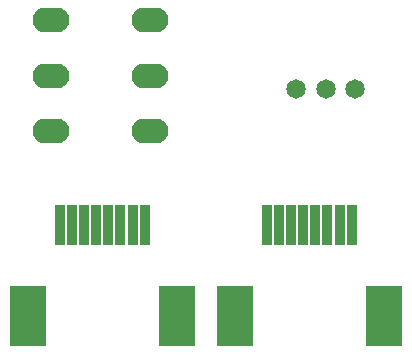
<source format=gts>
G04 Layer: TopSolderMaskLayer*
G04 EasyEDA v6.5.46, 2025-05-28 13:38:58*
G04 75a4abc2973e463bb7fec089d6695cdc,10*
G04 Gerber Generator version 0.2*
G04 Scale: 100 percent, Rotated: No, Reflected: No *
G04 Dimensions in millimeters *
G04 leading zeros omitted , absolute positions ,4 integer and 5 decimal *
%FSLAX45Y45*%
%MOMM*%

%AMMACRO1*4,1,8,-0.3708,-1.69,-0.4,-1.6605,-0.4,1.6608,-0.3708,1.69,0.3706,1.69,0.4,1.6608,0.4,-1.6605,0.3706,-1.69,-0.3708,-1.69,0*%
%AMMACRO2*4,1,8,-0.3708,-1.69,-0.4001,-1.6605,-0.4001,1.6608,-0.3708,1.69,0.3706,1.69,0.4001,1.6608,0.4001,-1.6605,0.3706,-1.69,-0.3708,-1.69,0*%
%AMMACRO3*4,1,8,-1.4909,-2.55,-1.5201,-2.5206,-1.5201,2.5208,-1.4909,2.55,1.4906,2.55,1.5201,2.5208,1.5201,-2.5206,1.4906,-2.55,-1.4909,-2.55,0*%
%AMMACRO4*4,1,8,-1.4907,-2.55,-1.5199,-2.5206,-1.5199,2.5208,-1.4907,2.55,1.4905,2.55,1.5199,2.5208,1.5199,-2.5206,1.4905,-2.55,-1.4907,-2.55,0*%
%AMMACRO5*4,1,8,-0.3707,-1.69,-0.3999,-1.6605,-0.3999,1.6608,-0.3707,1.69,0.3705,1.69,0.3999,1.6608,0.3999,-1.6605,0.3705,-1.69,-0.3707,-1.69,0*%
%ADD10O,3.1015939999999995X2.101596*%
%ADD11MACRO1*%
%ADD12MACRO2*%
%ADD13MACRO3*%
%ADD14MACRO4*%
%ADD15MACRO5*%
%ADD16C,1.6516*%

%LPD*%
D10*
G01*
X2070328Y-2033092D03*
G01*
X2070328Y-1563090D03*
G01*
X2070328Y-1093088D03*
G01*
X1232128Y-2033092D03*
G01*
X1232128Y-1563090D03*
G01*
X1232128Y-1093088D03*
D11*
G01*
X2021001Y-2829064D03*
D12*
G01*
X1918995Y-2829064D03*
G01*
X1817014Y-2829064D03*
D11*
G01*
X1715007Y-2829064D03*
D12*
G01*
X1613001Y-2829064D03*
G01*
X1510995Y-2829064D03*
D11*
G01*
X1409014Y-2829064D03*
D12*
G01*
X1307007Y-2829064D03*
D13*
G01*
X1032014Y-3599065D03*
D14*
G01*
X2296007Y-3599065D03*
D11*
G01*
X3773601Y-2829064D03*
D12*
G01*
X3671595Y-2829064D03*
D15*
G01*
X3569601Y-2829064D03*
D12*
G01*
X3467607Y-2829064D03*
D11*
G01*
X3365601Y-2829064D03*
D12*
G01*
X3263595Y-2829064D03*
D15*
G01*
X3161601Y-2829064D03*
D12*
G01*
X3059607Y-2829064D03*
D14*
G01*
X2784601Y-3599065D03*
G01*
X4048607Y-3599065D03*
D16*
G01*
X3306013Y-1676400D03*
G01*
X3556025Y-1676400D03*
G01*
X3805986Y-1676400D03*
M02*

</source>
